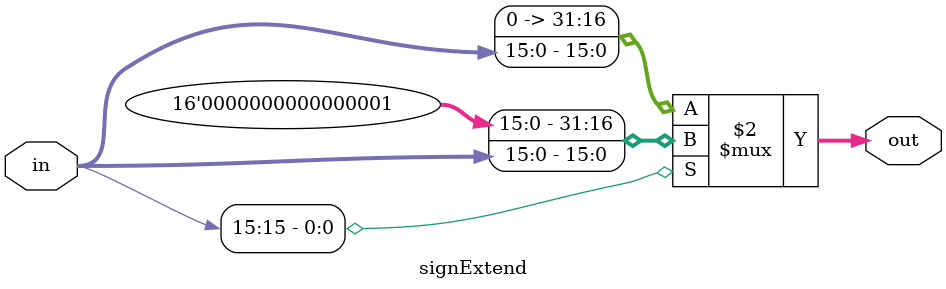
<source format=v>
`timescale 1ps/1ps
module signExtend(input [15:0] in, output [31:0] out);

assign out = (in[15] == 1) ? {16'b1, in} : {16'b0, in};

endmodule

</source>
